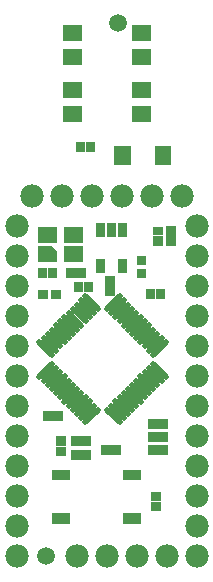
<source format=gts>
G04 Layer: TopSolderMaskLayer*
G04 EasyEDA v6.3.22, 2020-03-24T16:05:03+09:00*
G04 334177c2c5fb4733a61f24cf9fce308a,67344a67363949849f01d11c0c7cf016,10*
G04 Gerber Generator version 0.2*
G04 Scale: 100 percent, Rotated: No, Reflected: No *
G04 Dimensions in inches *
G04 leading zeros omitted , absolute positions ,2 integer and 4 decimal *
%FSLAX24Y24*%
%MOIN*%
G90*
G70D02*

%ADD39C,0.019024*%
%ADD40C,0.059400*%
%ADD41C,0.078000*%
%ADD44R,0.033590X0.031620*%

%LPD*%
G54D39*
G01X2786Y9174D02*
G01X3209Y8751D01*
G01X2647Y9035D02*
G01X3070Y8612D01*
G01X2508Y8896D02*
G01X2931Y8473D01*
G01X2368Y8756D02*
G01X2792Y8333D01*
G01X2229Y8617D02*
G01X2652Y8194D01*
G01X2090Y8478D02*
G01X2513Y8055D01*
G01X1951Y8339D02*
G01X2374Y7916D01*
G01X1812Y8200D02*
G01X2235Y7777D01*
G01X1673Y8061D02*
G01X2096Y7637D01*
G01X1533Y7921D02*
G01X1956Y7498D01*
G01X1394Y7782D02*
G01X1817Y7359D01*
G01X1255Y7643D02*
G01X1678Y7220D01*
G01X1678Y6919D02*
G01X1255Y6496D01*
G01X1817Y6780D02*
G01X1394Y6357D01*
G01X1956Y6641D02*
G01X1533Y6218D01*
G01X2096Y6502D02*
G01X1673Y6078D01*
G01X2235Y6362D02*
G01X1812Y5939D01*
G01X2374Y6223D02*
G01X1951Y5800D01*
G01X2513Y6084D02*
G01X2090Y5661D01*
G01X2652Y5945D02*
G01X2229Y5522D01*
G01X2792Y5806D02*
G01X2368Y5382D01*
G01X2931Y5666D02*
G01X2508Y5243D01*
G01X3070Y5527D02*
G01X2647Y5104D01*
G01X3209Y5388D02*
G01X2786Y4965D01*
G01X3510Y5388D02*
G01X3933Y4965D01*
G01X3649Y5527D02*
G01X4072Y5104D01*
G01X3788Y5666D02*
G01X4211Y5243D01*
G01X3927Y5806D02*
G01X4351Y5382D01*
G01X4067Y5945D02*
G01X4490Y5522D01*
G01X4206Y6084D02*
G01X4629Y5661D01*
G01X4345Y6223D02*
G01X4768Y5800D01*
G01X4484Y6362D02*
G01X4907Y5939D01*
G01X4623Y6502D02*
G01X5047Y6078D01*
G01X4763Y6641D02*
G01X5186Y6218D01*
G01X4902Y6780D02*
G01X5325Y6357D01*
G01X5041Y6919D02*
G01X5464Y6496D01*
G01X5464Y7643D02*
G01X5041Y7220D01*
G01X5325Y7782D02*
G01X4902Y7359D01*
G01X5186Y7921D02*
G01X4763Y7498D01*
G01X5047Y8061D02*
G01X4623Y7637D01*
G01X4907Y8200D02*
G01X4484Y7777D01*
G01X4768Y8339D02*
G01X4345Y7916D01*
G01X4629Y8478D02*
G01X4206Y8055D01*
G01X4490Y8617D02*
G01X4067Y8194D01*
G01X4351Y8756D02*
G01X3927Y8333D01*
G01X4211Y8896D02*
G01X3788Y8473D01*
G01X4072Y9035D02*
G01X3649Y8612D01*
G01X3933Y9174D02*
G01X3510Y8751D01*
G54D40*
G01X1490Y500D03*
G01X3870Y18269D03*
G54D41*
G01X2500Y500D03*
G01X3500Y500D03*
G01X4500Y500D03*
G01X5500Y500D03*
G01X6500Y500D03*
G01X6500Y1500D03*
G01X6500Y2500D03*
G01X6500Y3500D03*
G01X6500Y4500D03*
G01X6500Y5500D03*
G01X6500Y6500D03*
G01X6500Y7500D03*
G01X6500Y8500D03*
G01X6500Y9500D03*
G01X6500Y10500D03*
G01X6500Y11500D03*
G01X6000Y12500D03*
G01X5000Y12500D03*
G01X4000Y12500D03*
G01X3000Y12500D03*
G01X2000Y12500D03*
G01X500Y500D03*
G01X500Y1500D03*
G01X500Y2500D03*
G01X500Y3500D03*
G01X500Y4500D03*
G01X500Y5500D03*
G01X500Y6500D03*
G01X500Y7500D03*
G01X500Y8500D03*
G01X500Y9500D03*
G01X500Y10500D03*
G01X500Y11500D03*
G01X1000Y12500D03*
G36*
G01X1673Y3040D02*
G01X1673Y3396D01*
G01X2265Y3396D01*
G01X2265Y3040D01*
G01X1673Y3040D01*
G37*
G36*
G01X4034Y3040D02*
G01X4034Y3396D01*
G01X4626Y3396D01*
G01X4626Y3040D01*
G01X4034Y3040D01*
G37*
G36*
G01X1673Y1584D02*
G01X1673Y1938D01*
G01X2265Y1938D01*
G01X2265Y1584D01*
G01X1673Y1584D01*
G37*
G36*
G01X4034Y1584D02*
G01X4034Y1938D01*
G01X4626Y1938D01*
G01X4626Y1584D01*
G01X4034Y1584D01*
G37*
G36*
G01X3322Y3882D02*
G01X3322Y4217D01*
G01X3638Y4217D01*
G01X3638Y3882D01*
G01X3322Y3882D01*
G37*
G36*
G01X3655Y3882D02*
G01X3655Y4217D01*
G01X3972Y4217D01*
G01X3972Y3882D01*
G01X3655Y3882D01*
G37*
G36*
G01X2651Y4171D02*
G01X2651Y4507D01*
G01X2968Y4507D01*
G01X2968Y4171D01*
G01X2651Y4171D01*
G37*
G36*
G01X2318Y4171D02*
G01X2318Y4507D01*
G01X2634Y4507D01*
G01X2634Y4171D01*
G01X2318Y4171D01*
G37*
G36*
G01X2651Y3711D02*
G01X2651Y4048D01*
G01X2968Y4048D01*
G01X2968Y3711D01*
G01X2651Y3711D01*
G37*
G36*
G01X2318Y3711D02*
G01X2318Y4048D01*
G01X2634Y4048D01*
G01X2634Y3711D01*
G01X2318Y3711D01*
G37*
G36*
G01X1801Y4182D02*
G01X1801Y4498D01*
G01X2138Y4498D01*
G01X2138Y4182D01*
G01X1801Y4182D01*
G37*
G36*
G01X1801Y3848D02*
G01X1801Y4163D01*
G01X2138Y4163D01*
G01X2138Y3848D01*
G01X1801Y3848D01*
G37*
G36*
G01X5482Y10855D02*
G01X5482Y11171D01*
G01X5818Y11171D01*
G01X5818Y10855D01*
G01X5482Y10855D01*
G37*
G36*
G01X5482Y11188D02*
G01X5482Y11505D01*
G01X5818Y11505D01*
G01X5818Y11188D01*
G01X5482Y11188D01*
G37*
G36*
G01X2405Y9321D02*
G01X2405Y9657D01*
G01X2721Y9657D01*
G01X2721Y9321D01*
G01X2405Y9321D01*
G37*
G36*
G01X2738Y9321D02*
G01X2738Y9657D01*
G01X3055Y9657D01*
G01X3055Y9321D01*
G01X2738Y9321D01*
G37*
G36*
G01X4522Y10207D02*
G01X4522Y10525D01*
G01X4798Y10525D01*
G01X4798Y10207D01*
G01X4522Y10207D01*
G37*
G36*
G01X4522Y9775D02*
G01X4522Y10092D01*
G01X4798Y10092D01*
G01X4798Y9775D01*
G01X4522Y9775D01*
G37*
G36*
G01X1215Y9092D02*
G01X1215Y9367D01*
G01X1532Y9367D01*
G01X1532Y9092D01*
G01X1215Y9092D01*
G37*
G36*
G01X1648Y9092D02*
G01X1648Y9367D01*
G01X1965Y9367D01*
G01X1965Y9092D01*
G01X1648Y9092D01*
G37*
G36*
G01X1538Y9782D02*
G01X1538Y10117D01*
G01X1855Y10117D01*
G01X1855Y9782D01*
G01X1538Y9782D01*
G37*
G36*
G01X1205Y9782D02*
G01X1205Y10117D01*
G01X1521Y10117D01*
G01X1521Y9782D01*
G01X1205Y9782D01*
G37*
G36*
G01X2155Y9782D02*
G01X2155Y10117D01*
G01X2471Y10117D01*
G01X2471Y9782D01*
G01X2155Y9782D01*
G37*
G36*
G01X2488Y9782D02*
G01X2488Y10117D01*
G01X2805Y10117D01*
G01X2805Y9782D01*
G01X2488Y9782D01*
G37*
G36*
G01X5132Y9092D02*
G01X5132Y9428D01*
G01X5448Y9428D01*
G01X5448Y9092D01*
G01X5132Y9092D01*
G37*
G36*
G01X4798Y9092D02*
G01X4798Y9428D01*
G01X5113Y9428D01*
G01X5113Y9092D01*
G01X4798Y9092D01*
G37*
G36*
G01X3886Y9953D02*
G01X3886Y10426D01*
G01X4182Y10426D01*
G01X4182Y9953D01*
G01X3886Y9953D01*
G37*
G36*
G01X3138Y9953D02*
G01X3138Y10426D01*
G01X3434Y10426D01*
G01X3434Y9953D01*
G01X3138Y9953D01*
G37*
G36*
G01X3138Y11134D02*
G01X3138Y11607D01*
G01X3434Y11607D01*
G01X3434Y11134D01*
G01X3138Y11134D01*
G37*
G36*
G01X3511Y11134D02*
G01X3511Y11607D01*
G01X3807Y11607D01*
G01X3807Y11134D01*
G01X3511Y11134D01*
G37*
G36*
G01X3886Y11134D02*
G01X3886Y11607D01*
G01X4182Y11607D01*
G01X4182Y11134D01*
G01X3886Y11134D01*
G37*
G36*
G01X4325Y14982D02*
G01X4325Y15517D01*
G01X4975Y15517D01*
G01X4975Y14982D01*
G01X4325Y14982D01*
G37*
G36*
G01X4325Y15782D02*
G01X4325Y16317D01*
G01X4975Y16317D01*
G01X4975Y15782D01*
G01X4325Y15782D01*
G37*
G36*
G01X2025Y16871D02*
G01X2025Y17407D01*
G01X2675Y17407D01*
G01X2675Y16871D01*
G01X2025Y16871D01*
G37*
G36*
G01X2025Y17671D02*
G01X2025Y18207D01*
G01X2675Y18207D01*
G01X2675Y17671D01*
G01X2025Y17671D01*
G37*
G36*
G01X4325Y16871D02*
G01X4325Y17407D01*
G01X4975Y17407D01*
G01X4975Y16871D01*
G01X4325Y16871D01*
G37*
G36*
G01X4325Y17671D02*
G01X4325Y18207D01*
G01X4975Y18207D01*
G01X4975Y17671D01*
G01X4325Y17671D01*
G37*
G36*
G01X2025Y14982D02*
G01X2025Y15517D01*
G01X2675Y15517D01*
G01X2675Y14982D01*
G01X2025Y14982D01*
G37*
G36*
G01X2025Y15782D02*
G01X2025Y16317D01*
G01X2675Y16317D01*
G01X2675Y15782D01*
G01X2025Y15782D01*
G37*
G36*
G01X1378Y5011D02*
G01X1378Y5348D01*
G01X1694Y5348D01*
G01X1694Y5011D01*
G01X1378Y5011D01*
G37*
G36*
G01X1711Y5011D02*
G01X1711Y5348D01*
G01X2028Y5348D01*
G01X2028Y5011D01*
G01X1711Y5011D01*
G37*
G36*
G01X3753Y13534D02*
G01X3753Y14165D01*
G01X4307Y14165D01*
G01X4307Y13534D01*
G01X3753Y13534D01*
G37*
G36*
G01X5093Y13534D02*
G01X5093Y14165D01*
G01X5646Y14165D01*
G01X5646Y13534D01*
G01X5093Y13534D01*
G37*
G36*
G01X2797Y13982D02*
G01X2797Y14317D01*
G01X3113Y14317D01*
G01X3113Y13982D01*
G01X2797Y13982D01*
G37*
G36*
G01X2463Y13982D02*
G01X2463Y14317D01*
G01X2778Y14317D01*
G01X2778Y13982D01*
G01X2463Y13982D01*
G37*
G36*
G01X2086Y10948D02*
G01X2086Y11480D01*
G01X2719Y11480D01*
G01X2719Y10948D01*
G01X2086Y10948D01*
G37*
G36*
G01X1221Y10319D02*
G01X1221Y10851D01*
G01X1686Y10851D01*
G01X1851Y10678D01*
G01X1851Y10319D01*
G01X1221Y10319D01*
G37*
G36*
G01X1221Y10948D02*
G01X1221Y11480D01*
G01X1851Y11480D01*
G01X1851Y10948D01*
G01X1221Y10948D01*
G37*
G36*
G01X2086Y10319D02*
G01X2086Y10851D01*
G01X2719Y10851D01*
G01X2719Y10319D01*
G01X2086Y10319D01*
G37*
G36*
G01X5209Y4732D02*
G01X5209Y5067D01*
G01X5525Y5067D01*
G01X5525Y4732D01*
G01X5209Y4732D01*
G37*
G36*
G01X4875Y4732D02*
G01X4875Y5067D01*
G01X5191Y5067D01*
G01X5191Y4732D01*
G01X4875Y4732D01*
G37*
G36*
G01X4982Y2342D02*
G01X4982Y2657D01*
G01X5318Y2657D01*
G01X5318Y2342D01*
G01X4982Y2342D01*
G37*
G36*
G01X4982Y2007D02*
G01X4982Y2323D01*
G01X5318Y2323D01*
G01X5318Y2007D01*
G01X4982Y2007D01*
G37*
G36*
G01X5211Y4301D02*
G01X5211Y4638D01*
G01X5528Y4638D01*
G01X5528Y4301D01*
G01X5211Y4301D01*
G37*
G36*
G01X4878Y4301D02*
G01X4878Y4638D01*
G01X5194Y4638D01*
G01X5194Y4301D01*
G01X4878Y4301D01*
G37*
G36*
G01X5211Y3871D02*
G01X5211Y4207D01*
G01X5528Y4207D01*
G01X5528Y3871D01*
G01X5211Y3871D01*
G37*
G36*
G01X4878Y3871D02*
G01X4878Y4207D01*
G01X5194Y4207D01*
G01X5194Y3871D01*
G01X4878Y3871D01*
G37*
G54D44*
G01X5209Y11346D03*
G36*
G01X5042Y10855D02*
G01X5042Y11171D01*
G01X5378Y11171D01*
G01X5378Y10855D01*
G01X5042Y10855D01*
G37*
G36*
G01X3451Y9528D02*
G01X3451Y9844D01*
G01X3788Y9844D01*
G01X3788Y9528D01*
G01X3451Y9528D01*
G37*
G36*
G01X3451Y9194D02*
G01X3451Y9511D01*
G01X3788Y9511D01*
G01X3788Y9194D01*
G01X3451Y9194D01*
G37*
M00*
M02*

</source>
